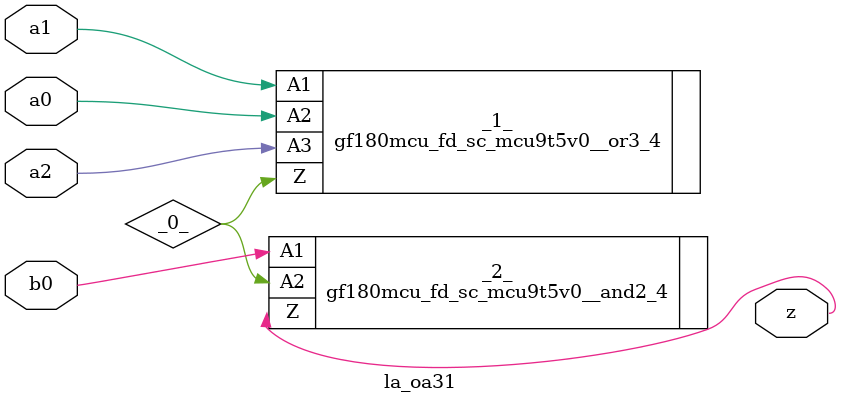
<source format=v>

/* Generated by Yosys 0.44 (git sha1 80ba43d26, g++ 11.4.0-1ubuntu1~22.04 -fPIC -O3) */

(* top =  1  *)
(* src = "inputs/la_oa31.v:10.1-22.10" *)
module la_oa31 (
    a0,
    a1,
    a2,
    b0,
    z
);
  wire _0_;
  (* src = "inputs/la_oa31.v:13.12-13.14" *)
  input a0;
  wire a0;
  (* src = "inputs/la_oa31.v:14.12-14.14" *)
  input a1;
  wire a1;
  (* src = "inputs/la_oa31.v:15.12-15.14" *)
  input a2;
  wire a2;
  (* src = "inputs/la_oa31.v:16.12-16.14" *)
  input b0;
  wire b0;
  (* src = "inputs/la_oa31.v:17.12-17.13" *)
  output z;
  wire z;
  gf180mcu_fd_sc_mcu9t5v0__or3_4 _1_ (
      .A1(a1),
      .A2(a0),
      .A3(a2),
      .Z (_0_)
  );
  gf180mcu_fd_sc_mcu9t5v0__and2_4 _2_ (
      .A1(b0),
      .A2(_0_),
      .Z (z)
  );
endmodule

</source>
